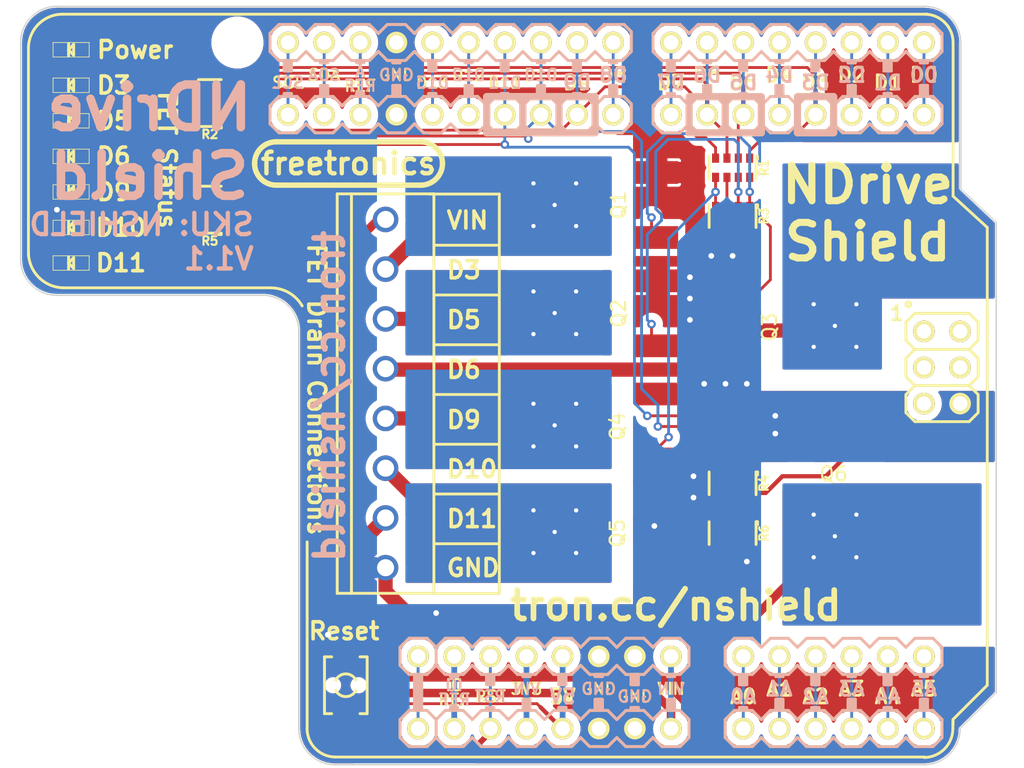
<source format=kicad_pcb>
(kicad_pcb (version 20221018) (generator pcbnew)
  (layers (0 "F.Cu" signal) (31 "B.Cu" signal) (34 "B.Paste" user) (35 "F.Paste" user) (36 "B.SilkS" user "B.Silkscreen") (37 "F.SilkS" user "F.Silkscreen") (38 "B.Mask" user) (39 "F.Mask" user) (44 "Edge.Cuts" user))
  (net 0 "")
  (net 1 "/GATE1")
  (net 2 "/DRAIN1")
  (net 3 "/GATE2")
  (net 4 "/DRAIN2")
  (net 5 "/GATE3")
  (net 6 "/DRAIN3")
  (net 7 "/GATE4")
  (net 8 "/DRAIN4")
  (net 9 "/GATE5")
  (net 10 "/DRAIN5")
  (net 11 "GND")
  (net 12 "/D10")
  (net 13 "/D9")
  (net 14 "/D6")
  (net 15 "/D5")
  (net 16 "/D3")
  (net 17 "/IORef")
  (net 18 "+5V")
  (net 19 "/D11")
  (net 20 "/DRAIN6")
  (net 21 "Net-(LED1-PadA)")
  (net 22 "Net-(LED2-PadA)")
  (net 23 "Net-(LED3-PadA)")
  (net 24 "Net-(LED4-PadA)")
  (net 25 "Net-(LED5-PadA)")
  (net 26 "Net-(LED6-PadA)")
  (net 27 "Net-(LED7-PadA)")
  (net 28 "/GATE6")
  (net 29 "/RESET")
  (net 30 "/VIN")
  (net 31 "Net-(SHIELD1-PadAD5)")
  (net 32 "Net-(SHIELD1-PadAD4)")
  (net 33 "Net-(SHIELD1-PadAD3)")
  (net 34 "Net-(SHIELD1-PadAD0)")
  (net 35 "Net-(SHIELD1-PadAD1)")
  (net 36 "Net-(SHIELD1-PadAD2)")
  (net 37 "Net-(SHIELD1-Pad3V3)")
  (net 38 "Net-(SHIELD1-Pad0)")
  (net 39 "Net-(SHIELD1-Pad1)")
  (net 40 "Net-(SHIELD1-Pad2)")
  (net 41 "Net-(SHIELD1-Pad4)")
  (net 42 "Net-(SHIELD1-Pad7)")
  (net 43 "Net-(SHIELD1-Pad8)")
  (net 44 "Net-(SHIELD1-Pad12)")
  (net 45 "Net-(SHIELD1-Pad13)")
  (net 46 "Net-(SHIELD1-PadAREF)")
  (net 47 "Net-(SHIELD1-PadSDA)")
  (net 48 "Net-(SHIELD1-PadSCL)")
  (net 49 "Net-(SHIELD1-PadNC)")
  (footprint "FT:MOSFET_DPAK" (layer "F.Cu") (at 212.09 58.42)
    (fp_text reference "Q1")
    (fp_text value "NTD5867NLT4G" hide)
  )
  (footprint "FT:ARDUINO_SHIELD_ROUNDPADS_BREAKOUT" (layer "F.Cu") (at 171.45 97.79)
    (fp_text reference "SHIELD1" hide)
    (fp_text value "ARDUINO_SHIELD" hide)
  )
  (footprint "FT:MOSFET_DPAK" (layer "F.Cu") (at 212.09 66.04)
    (fp_text reference "Q2")
    (fp_text value "NTD5867NLT4G" hide)
  )
  (footprint "FT:MOSFET_DPAK" (layer "F.Cu") (at 212 74)
    (fp_text reference "Q4")
    (fp_text value "NTD5867NLT4G" hide)
  )
  (footprint "FT:MOSFET_DPAK" (layer "F.Cu") (at 212 81.5)
    (fp_text reference "Q5")
    (fp_text value "NTD5867NLT4G" hide)
  )
  (footprint "FT:TERMINALBLOCK_3.5MM_8" (layer "F.Cu") (at 197.104 59.436 -90)
    (fp_text reference "JP5")
    (fp_text value "M08")
  )
  (footprint "FT:LED-0603" (layer "F.Cu") (at 175 50 180)
    (fp_text reference "LED1")
    (fp_text value "LED" hide)
  )
  (footprint "FT:LED-0603" (layer "F.Cu") (at 175 52.5 180)
    (fp_text reference "LED2")
    (fp_text value "LED" hide)
  )
  (footprint "FT:LED-0603" (layer "F.Cu") (at 175 55 180)
    (fp_text reference "LED3")
    (fp_text value "LED" hide)
  )
  (footprint "FT:LED-0603" (layer "F.Cu") (at 175 57.5 180)
    (fp_text reference "LED4")
    (fp_text value "LED" hide)
  )
  (footprint "FT:LED-0603" (layer "F.Cu") (at 175 60 180)
    (fp_text reference "LED5")
    (fp_text value "LED" hide)
  )
  (footprint "FT:LED-0603" (layer "F.Cu") (at 175 62.5 180)
    (fp_text reference "LED6")
    (fp_text value "LED" hide)
  )
  (footprint "LED-0603" (layer "F.Cu") (at 175 47.5 180)
    (fp_text reference "LED7")
    (fp_text value "LED" hide)
  )
  (footprint "FT:MOSFET_DPAK" (layer "F.Cu") (at 228.6 78.74 90)
    (fp_text reference "Q6")
    (fp_text value "NTD5867NLT4G" hide)
  )
  (footprint "FT:RES_CAY16" (layer "F.Cu") (at 221.5 55.8 180)
    (fp_text reference "R1")
    (fp_text value "1K" hide)
  )
  (footprint "FT:RES_CAY16" (layer "F.Cu") (at 184.75 51.25 90)
    (fp_text reference "R2")
    (fp_text value "470R" hide)
  )
  (footprint "FT:RES_CAY16" (layer "F.Cu") (at 221.5 59.2 180)
    (fp_text reference "R3")
    (fp_text value "10K" hide)
  )
  (footprint "FT:RES_CAY16" (layer "F.Cu") (at 221.5 78 180)
    (fp_text reference "R4")
    (fp_text value "1K" hide)
  )
  (footprint "FT:RES_CAY16" (layer "F.Cu") (at 184.75 58.75 90)
    (fp_text reference "R5")
    (fp_text value "470R" hide)
  )
  (footprint "FT:RES_CAY16" (layer "F.Cu") (at 221.5 81.5 180)
    (fp_text reference "R6")
    (fp_text value "10K" hide)
  )
  (footprint "FT:MOSFET_DPAK" (layer "F.Cu") (at 225.5 67 180)
    (fp_text reference "Q3")
    (fp_text value "NTD5867NLT4G" hide)
  )
  (footprint "FT:LOGO_FREETRONICS" (layer "F.Cu") (at 194.5 55.5 180)
    (fp_text reference "LOGO_FREETRONICS" hide)
    (fp_text value "val**" hide)
  )
  (footprint "TACTILE_SWITCH_SMD_2PIN_TINY" (layer "F.Cu") (at 194.31 92.202 90)
    (fp_text reference "SW1")
    (fp_text value "SW_PUSHBUTTON" hide)
  )
  (gr_line (start 219.075 53.34) (end 218.44 53.34) (stroke (width 0.5)) (layer "B.SilkS"))
  (gr_line (start 223.52 53.34) (end 219.075 53.34) (stroke (width 0.5)) (layer "B.SilkS"))
  (gr_line (start 218.44 50.8) (end 223.52 50.8) (stroke (width 0.5)) (layer "B.SilkS"))
  (gr_line (start 218.44 51.435) (end 219.075 50.8) (stroke (width 0.2)) (layer "B.SilkS"))
  (gr_line (start 226.06 53.34) (end 228.6 53.34) (stroke (width 0.5)) (layer "B.SilkS"))
  (gr_line (start 211.836 53.34) (end 204.216 53.34) (stroke (width 0.5)) (layer "B.SilkS"))
  (gr_line (start 204.851 50.8) (end 206.121 50.8) (stroke (width 0.2)) (layer "B.SilkS"))
  (gr_line (start 219.075 50.8) (end 220.345 50.8) (stroke (width 0.2)) (layer "B.SilkS"))
  (gr_line (start 211.836 50.8) (end 211.836 53.34) (stroke (width 0.5)) (layer "B.SilkS"))
  (gr_line (start 220.98 50.8) (end 220.98 53.34) (stroke (width 0.5)) (layer "B.SilkS"))
  (gr_line (start 207.391 53.34) (end 208.661 53.34) (stroke (width 0.2)) (layer "B.SilkS"))
  (gr_line (start 220.345 53.34) (end 219.075 53.34) (stroke (width 0.2)) (layer "B.SilkS"))
  (gr_line (start 209.296 50.8) (end 209.296 53.34) (stroke (width 0.5)) (layer "B.SilkS"))
  (gr_line (start 228.6 50.8) (end 226.06 50.8) (stroke (width 0.5)) (layer "B.SilkS"))
  (gr_line (start 206.121 53.34) (end 204.851 53.34) (stroke (width 0.5)) (layer "B.SilkS"))
  (gr_line (start 226.06 50.8) (end 226.06 53.34) (stroke (width 0.5)) (layer "B.SilkS"))
  (gr_line (start 209.296 52.705) (end 209.296 51.435) (stroke (width 0.2)) (layer "B.SilkS"))
  (gr_line (start 204.216 50.8) (end 211.836 50.8) (stroke (width 0.5)) (layer "B.SilkS"))
  (gr_line (start 206.756 50.8) (end 206.756 53.34) (stroke (width 0.5)) (layer "B.SilkS"))
  (gr_line (start 204.216 53.34) (end 204.216 50.8) (stroke (width 0.5)) (layer "B.SilkS"))
  (gr_line (start 218.44 52.705) (end 217.805 53.34) (stroke (width 0.2)) (layer "B.SilkS"))
  (gr_line (start 223.52 50.8) (end 223.52 53.34) (stroke (width 0.5)) (layer "B.SilkS"))
  (gr_line (start 220.98 52.705) (end 220.345 53.34) (stroke (width 0.2)) (layer "B.SilkS"))
  (gr_line (start 217.805 50.8) (end 218.44 51.435) (stroke (width 0.2)) (layer "B.SilkS"))
  (gr_line (start 228.6 53.34) (end 228.6 50.8) (stroke (width 0.5)) (layer "B.SilkS"))
  (gr_line (start 218.44 53.34) (end 218.44 50.8) (stroke (width 0.5)) (layer "B.SilkS"))
  (gr_arc (start 189.0395 64.2493) (mid 190.3095 64.589596) (end 191.239205 65.5193) (stroke (width 0.2)) (layer "F.SilkS"))
  (gr_line (start 191.5922 95.25) (end 191.5922 82.1182) (stroke (width 0.2)) (layer "F.SilkS"))
  (gr_line (start 211.836 50.8) (end 204.216 50.8) (stroke (width 0.5)) (layer "F.SilkS"))
  (gr_line (start 205.1 57.65) (end 205.1 85.7) (stroke (width 0.2)) (layer "F.SilkS"))
  (gr_line (start 200.15 57.65) (end 205.1 57.65) (stroke (width 0.2)) (layer "F.SilkS"))
  (gr_line (start 204.216 50.8) (end 204.216 53.34) (stroke (width 0.5)) (layer "F.SilkS"))
  (gr_line (start 204.216 53.34) (end 211.836 53.34) (stroke (width 0.5)) (layer "F.SilkS"))
  (gr_line (start 226.06 50.8) (end 226.06 53.34) (stroke (width 0.5)) (layer "F.SilkS"))
  (gr_line (start 209.296 50.8) (end 209.296 53.34) (stroke (width 0.5)) (layer "F.SilkS"))
  (gr_line (start 236.982 94.742) (end 236.982 95.25) (stroke (width 0.2)) (layer "F.SilkS"))
  (gr_line (start 200.5 82.25) (end 205 82.25) (stroke (width 0.2)) (layer "F.SilkS"))
  (gr_arc (start 172 47.4) (mid 172.702944 45.702944) (end 174.4 45) (stroke (width 0.2)) (layer "F.SilkS"))
  (gr_line (start 200.5 78.75) (end 205 78.75) (stroke (width 0.2)) (layer "F.SilkS"))
  (gr_line (start 205.1 85.75) (end 205.1 85.5) (stroke (width 0.2)) (layer "F.SilkS"))
  (gr_line (start 235.2 45) (end 174.4 45) (stroke (width 0.2)) (layer "F.SilkS"))
  (gr_arc (start 174.5 64.246) (mid 172.732233 63.513767) (end 172 61.746) (stroke (width 0.2)) (layer "F.SilkS"))
  (gr_line (start 200.5 75.25) (end 205 75.25) (stroke (width 0.2)) (layer "F.SilkS"))
  (gr_line (start 200.5 68.25) (end 205 68.25) (stroke (width 0.2)) (layer "F.SilkS"))
  (gr_line (start 237 47) (end 237 57.8) (stroke (width 0.2)) (layer "F.SilkS"))
  (gr_arc (start 235 45) (mid 236.414214 45.585786) (end 237 47) (stroke (width 0.2)) (layer "F.SilkS"))
  (gr_line (start 223.52 50.8) (end 218.44 50.8) (stroke (width 0.5)) (layer "F.SilkS"))
  (gr_line (start 205.1 85.5) (end 205.1 85.6) (stroke (width 0.2)) (layer "F.SilkS"))
  (gr_line (start 226.06 53.34) (end 228.6 53.34) (stroke (width 0.5)) (layer "F.SilkS"))
  (gr_line (start 174.5 64.246) (end 189 64.246) (stroke (width 0.2)) (layer "F.SilkS"))
  (gr_line (start 237 94.6) (end 237 95) (stroke (width 0.2)) (layer "F.SilkS"))
  (gr_line (start 200.5 64.75) (end 205 64.75) (stroke (width 0.2)) (layer "F.SilkS"))
  (gr_line (start 220.98 50.8) (end 220.98 53.34) (stroke (width 0.5)) (layer "F.SilkS"))
  (gr_line (start 206.756 50.8) (end 206.756 53.34) (stroke (width 0.5)) (layer "F.SilkS"))
  (gr_line (start 200.5 71.75) (end 205 71.75) (stroke (width 0.2)) (layer "F.SilkS"))
  (gr_line (start 200.5 61.25) (end 205 61.25) (stroke (width 0.2)) (layer "F.SilkS"))
  (gr_line (start 239.4 60) (end 239.4 92.2) (stroke (width 0.2)) (layer "F.SilkS"))
  (gr_line (start 223.52 53.34) (end 223.52 50.8) (stroke (width 0.5)) (layer "F.SilkS"))
  (gr_arc (start 193.588 97.25) (mid 192.173786 96.664214) (end 191.588 95.25) (stroke (width 0.2)) (layer "F.SilkS"))
  (gr_line (start 218.44 53.34) (end 223.52 53.34) (stroke (width 0.5)) (layer "F.SilkS"))
  (gr_line (start 237 57.8) (end 239.4 60) (stroke (width 0.2)) (layer "F.SilkS"))
  (gr_line (start 239.4 92.2) (end 237 94.6) (stroke (width 0.2)) (layer "F.SilkS"))
  (gr_line (start 193.54 97.25) (end 235 97.25) (stroke (width 0.2)) (layer "F.SilkS"))
  (gr_line (start 200.45 85.75) (end 205.1 85.75) (stroke (width 0.2)) (layer "F.SilkS"))
  (gr_line (start 228.6 53.34) (end 228.6 50.8) (stroke (width 0.5)) (layer "F.SilkS"))
  (gr_line (start 211.836 53.34) (end 211.836 50.8) (stroke (width 0.5)) (layer "F.SilkS"))
  (gr_line (start 228.6 50.8) (end 226.06 50.8) (stroke (width 0.5)) (layer "F.SilkS"))
  (gr_line (start 172 47.5) (end 172 62) (stroke (width 0.2)) (layer "F.SilkS"))
  (gr_arc (start 236.982 95.25) (mid 236.386841 96.686841) (end 234.95 97.282) (stroke (width 0.2)) (layer "F.SilkS"))
  (gr_line (start 218.44 50.8) (end 218.44 53.34) (stroke (width 0.5)) (layer "F.SilkS"))
  (gr_line (start 240.03 59.639165) (end 240.03 59.69) (stroke (width 0.1)) (layer "Edge.Cuts"))
  (gr_line (start 237.5 57.25) (end 240.03 59.639165) (stroke (width 0.1)) (layer "Edge.Cuts"))
  (gr_line (start 237.49 95.25) (end 240.03 92.71) (stroke (width 0.1)) (layer "Edge.Cuts"))
  (gr_line (start 240.03 92.71) (end 240.03 59.69) (stroke (width 0.1)) (layer "Edge.Cuts"))
  (gr_line (start 191.008 82.55) (end 191.008 95.25) (stroke (width 0.1)) (layer "Edge.Cuts"))
  (gr_line (start 191.008 67.31) (end 191.008 82.55) (stroke (width 0.1)) (layer "Edge.Cuts"))
  (gr_arc (start 234.99 44.45) (mid 236.786051 45.193949) (end 237.53 46.99) (stroke (width 0.1)) (layer "Edge.Cuts"))
  (gr_line (start 237.5 47) (end 237.5 57.25) (stroke (width 0.2)) (layer "Edge.Cuts"))
  (gr_arc (start 193.548 97.79) (mid 191.751949 97.046051) (end 191.008 95.25) (stroke (width 0.1)) (layer "Edge.Cuts"))
  (gr_arc (start 188.468 64.77) (mid 190.264051 65.513949) (end 191.008 67.31) (stroke (width 0.1)) (layer "Edge.Cuts"))
  (gr_line (start 173.99 64.77) (end 188.46 64.77) (stroke (width 0.1)) (layer "Edge.Cuts"))
  (gr_arc (start 171.45 46.99) (mid 172.193949 45.193949) (end 173.99 44.45) (stroke (width 0.1)) (layer "Edge.Cuts"))
  (gr_arc (start 237.49 95.25) (mid 236.746051 97.046051) (end 234.95 97.79) (stroke (width 0.1)) (layer "Edge.Cuts"))
  (gr_arc (start 173.99 64.77) (mid 172.193949 64.026051) (end 171.45 62.23) (stroke (width 0.1)) (layer "Edge.Cuts"))
  (gr_line (start 171.45 46.99) (end 171.45 62.23) (stroke (width 0.1)) (layer "Edge.Cuts"))
  (gr_line (start 234.95 44.45) (end 173.99 44.45) (stroke (width 0.1)) (layer "Edge.Cuts"))
  (gr_line (start 193.54 97.79) (end 234.95 97.79) (stroke (width 0.1)) (layer "Edge.Cuts"))
  (gr_text "tron.cc/nshield" (at 193.167 71.882 90) (layer "B.SilkS") (effects (font (size 2 2) (thickness 0.4)) (justify mirror)))
  (gr_text "SKU: NSHIELD\nV1.1" (at 188 61) (layer "B.SilkS") (effects (font (size 1.5 1.5) (thickness 0.3)) (justify left mirror)))
  (gr_text "NDrive\nShield" (at 180.5 54) (layer "B.SilkS") (effects (font (size 3 3) (thickness 0.6)) (justify mirror)))
  (gr_text "D9" (at 201.2696 73.533) (layer "F.SilkS") (effects (font (size 1.2 1.2) (thickness 0.25)) (justify left)))
  (gr_text "GND\n" (at 201.2696 83.947) (layer "F.SilkS") (effects (font (size 1.2 1.2) (thickness 0.25)) (justify left)))
  (gr_text "D5" (at 178 52.5) (layer "F.SilkS") (effects (font (size 1.2 1.2) (thickness 0.25))))
  (gr_text "D3" (at 178 50) (layer "F.SilkS") (effects (font (size 1.2 1.2) (thickness 0.25))))
  (gr_text "D6" (at 178 55) (layer "F.SilkS") (effects (font (size 1.2 1.2) (thickness 0.25))))
  (gr_text "D9" (at 178 57.5) (layer "F.SilkS") (effects (font (size 1.2 1.2) (thickness 0.25))))
  (gr_text "D3" (at 201.2696 63) (layer "F.SilkS") (effects (font (size 1.2 1.2) (thickness 0.25)) (justify left)))
  (gr_text "FET Drain Connections" (at 192.2526 71.3994 270) (layer "F.SilkS") (effects (font (size 1.2 1.2) (thickness 0.25))))
  (gr_text "D10" (at 201.2696 77) (layer "F.SilkS") (effects (font (size 1.2 1.2) (thickness 0.25)) (justify left)))
  (gr_text "D11" (at 178.5 62.5) (layer "F.SilkS") (effects (font (size 1.2 1.2) (thickness 0.25))))
  (gr_text "Power" (at 179.5 47.5) (layer "F.SilkS") (effects (font (size 1.2 1.2) (thickness 0.25))))
  (gr_text "FET Status" (at 181.75 55.25 270) (layer "F.SilkS") (effects (font (size 1.2 1.2) (thickness 0.25))))
  (gr_text "NDrive\nShield" (at 231 59) (layer "F.SilkS") (effects (font (size 2.5 2.5) (thickness 0.5))))
  (gr_text "VIN" (at 201.2696 59.5) (layer "F.SilkS") (effects (font (size 1.2 1.2) (thickness 0.25)) (justify left)))
  (gr_text "D6" (at 201.2696 70) (layer "F.SilkS") (effects (font (size 1.2 1.2) (thickness 0.25)) (justify left)))
  (gr_text "D11" (at 201.2696 80.5) (layer "F.SilkS") (effects (font (size 1.2 1.2) (thickness 0.25)) (justify left)))
  (gr_text "D10" (at 178.5 60) (layer "F.SilkS") (effects (font (size 1.2 1.2) (thickness 0.25))))
  (gr_text "D5" (at 201.2696 66.5) (layer "F.SilkS") (effects (font (size 1.2 1.2) (thickness 0.25)) (justify left)))
  (gr_text "tron.cc/nshield" (at 217.5 86.6) (layer "F.SilkS") (effects (font (size 2 2) (thickness 0.4))))
  (gr_text "Reset" (at 194.183 88.392) (layer "F.SilkS") (effects (font (size 1.2 1.2) (thickness 0.25))))
  (segment (start 215.8 59.3) (end 215.8 60.336) (width 0.2) (layer "F.Cu") (net 1))
  (segment (start 215.8 60.336) (end 216.17 60.706) (width 0.2) (layer "F.Cu") (net 1))
  (segment (start 222.69888 57.50112) (end 222.7 57.5) (width 0.2) (layer "F.Cu") (net 1))
  (segment (start 222.69888 56.47564) (end 222.69888 57.49888) (width 0.2) (layer "F.Cu") (net 1))
  (segment (start 222.69888 57.49888) (end 222.7 57.5) (width 0.2) (layer "F.Cu") (net 1))
  (segment (start 222.69888 58.52436) (end 222.69888 57.50112) (width 0.2) (layer "F.Cu") (net 1))
  (via (at 222.7 57.5) (size 0.6) (drill 0.3) (layers "F.Cu" "B.Cu") (net 1))
  (via (at 215.8 59.3) (size 0.6) (drill 0.3) (layers "F.Cu" "B.Cu") (net 1))
  (segment (start 222.7 56.261) (end 222.7 56.3) (width 0.2) (layer "B.Cu") (net 1))
  (segment (start 215.500001 54.699999) (end 216.8 53.4) (width 0.2) (layer "B.Cu") (net 1))
  (segment (start 215.500001 59.000001) (end 215.500001 54.699999) (width 0.2) (layer "B.Cu") (net 1))
  (segment (start 222.7 56.261) (end 222.7 57.5) (width 0.2) (layer "B.Cu") (net 1))
  (segment (start 215.8 59.3) (end 215.500001 59.000001) (width 0.2) (layer "B.Cu") (net 1))
  (segment (start 222.7 54.3) (end 222.7 55.875736) (width 0.2) (layer "B.Cu") (net 1))
  (segment (start 216.8 53.4) (end 221.8 53.4) (width 0.2) (layer "B.Cu") (net 1))
  (segment (start 221.8 53.4) (end 222.7 54.3) (width 0.2) (layer "B.Cu") (net 1))
  (segment (start 222.7 55.875736) (end 222.7 56.261) (width 0.2) (layer "B.Cu") (net 1))
  (segment (start 207.5 56.9) (end 210.5 56.9) (width 0.6) (layer "F.Cu") (net 2))
  (segment (start 210.5 59.9) (end 207.5 59.9) (width 0.6) (layer "F.Cu") (net 2))
  (segment (start 208.99 58.42) (end 201.61758 58.42) (width 0.6) (layer "F.Cu") (net 2))
  (segment (start 207.5 56.9) (end 210.5 56.9) (width 0.6) (layer "F.Cu") (net 2))
  (segment (start 210.5 59.9) (end 207.5 59.9) (width 0.6) (layer "F.Cu") (net 2))
  (segment (start 201.61758 58.42) (end 208.99 58.42) (width 1) (layer "F.Cu") (net 2))
  (segment (start 208.99 58.42) (end 201.61758 58.42) (width 0.6) (layer "F.Cu") (net 2))
  (segment (start 197.104 62.93358) (end 201.61758 58.42) (width 1) (layer "F.Cu") (net 2))
  (via (at 210.5 59.9) (size 0.6) (drill 0.3) (layers "F.Cu" "B.Cu") (net 2))
  (via (at 208.99 58.42) (size 0.6) (drill 0.3) (layers "F.Cu" "B.Cu") (net 2))
  (via (at 207.5 59.9) (size 0.6) (drill 0.3) (layers "F.Cu" "B.Cu") (net 2))
  (via (at 207.5 56.9) (size 0.6) (drill 0.3) (layers "F.Cu" "B.Cu") (net 2))
  (via (at 210.5 56.9) (size 0.6) (drill 0.3) (layers "F.Cu" "B.Cu") (net 2))
  (segment (start 208.99 58.42) (end 207.5 56.93) (width 0.6) (layer "B.Cu") (net 2))
  (segment (start 207.5 56.93) (end 207.5 56.9) (width 0.6) (layer "B.Cu") (net 2))
  (segment (start 210.5 56.9) (end 210.5 59.9) (width 0.6) (layer "B.Cu") (net 2))
  (segment (start 207.5 56.93) (end 207.5 56.9) (width 0.6) (layer "B.Cu") (net 2))
  (segment (start 208.99 58.42) (end 207.5 56.93) (width 0.6) (layer "B.Cu") (net 2))
  (segment (start 210.5 56.9) (end 210.5 59.9) (width 0.6) (layer "B.Cu") (net 2))
  (segment (start 215.8 66.8) (end 215.8 67.956) (width 0.2) (layer "F.Cu") (net 3))
  (segment (start 215.8 67.956) (end 216.17 68.326) (width 0.2) (layer "F.Cu") (net 3))
  (segment (start 221.89878 57.49878) (end 221.9 57.5) (width 0.2) (layer "F.Cu") (net 3))
  (segment (start 221.89878 57.50122) (end 221.9 57.5) (width 0.2) (layer "F.Cu") (net 3))
  (segment (start 221.89878 56.47564) (end 221.89878 57.49878) (width 0.2) (layer "F.Cu") (net 3))
  (segment (start 221.89878 58.52436) (end 221.89878 57.50122) (width 0.2) (layer "F.Cu") (net 3))
  (via (at 221.9 57.5) (size 0.6) (drill 0.3) (layers "F.Cu" "B.Cu") (net 3))
  (via (at 215.8 66.8) (size 0.6) (drill 0.3) (layers "F.Cu" "B.Cu") (net 3))
  (segment (start 221.9 57.5) (end 221.9 56.3) (width 0.2) (layer "B.Cu") (net 3))
  (segment (start 221.600002 53.800002) (end 221.9 54.1) (width 0.2) (layer "B.Cu") (net 3))
  (segment (start 215.500001 66.500001) (end 215.500001 60.499999) (width 0.2) (layer "B.Cu") (net 3))
  (segment (start 216.1 54.665688) (end 216.965686 53.800002) (width 0.2) (layer "B.Cu") (net 3))
  (segment (start 215.8 66.8) (end 215.500001 66.500001) (width 0.2) (layer "B.Cu") (net 3))
  (segment (start 221.9 54.1) (end 221.9 55.875736) (width 0.2) (layer "B.Cu") (net 3))
  (segment (start 216.1 58.7) (end 216.1 54.665688) (width 0.2) (layer "B.Cu") (net 3))
  (segment (start 221.9 55.875736) (end 221.9 56.3) (width 0.2) (layer "B.Cu") (net 3))
  (segment (start 216.5 59.5) (end 216.5 59.1) (width 0.2) (layer "B.Cu") (net 3))
  (segment (start 215.500001 60.499999) (end 216.5 59.5) (width 0.2) (layer "B.Cu") (net 3))
  (segment (start 216.5 59.1) (end 216.1 58.7) (width 0.2) (layer "B.Cu") (net 3))
  (segment (start 216.965686 53.800002) (end 221.600002 53.800002) (width 0.2) (layer "B.Cu") (net 3))
  (segment (start 208.5323 66.7977) (end 208.99 66.34) (width 0.6) (layer "F.Cu") (net 4))
  (segment (start 197.4977 66.04) (end 197.104 66.4337) (width 0.6) (layer "F.Cu") (net 4))
  (segment (start 210.5 67.5) (end 207.5 67.5) (width 0.6) (layer "F.Cu") (net 4))
  (segment (start 207.5 64.5) (end 210.5 64.5) (width 0.6) (layer "F.Cu") (net 4))
  (segment (start 207.5 64.5) (end 210.5 64.5) (width 0.6) (layer "F.Cu") (net 4))
  (segment (start 210.5 67.5) (end 207.5 67.5) (width 0.6) (layer "F.Cu") (net 4))
  (segment (start 208.5963 66.4337) (end 208.99 66.04) (width 1) (layer "F.Cu") (net 4))
  (segment (start 197.104 66.4337) (end 208.5963 66.4337) (width 1) (layer "F.Cu") (net 4))
  (segment (start 208.99 66.34) (end 197.4977 66.34) (width 0.6) (layer "F.Cu") (net 4))
  (via (at 207.5 67.5) (size 0.6) (drill 0.3) (layers "F.Cu" "B.Cu") (net 4))
  (via (at 207.5 64.5) (size 0.6) (drill 0.3) (layers "F.Cu" "B.Cu") (net 4))
  (via (at 208.99 66.02) (size 0.6) (drill 0.3) (layers "F.Cu" "B.Cu") (net 4))
  (via (at 210.5 64.5) (size 0.6) (drill 0.3) (layers "F.Cu" "B.Cu") (net 4))
  (via (at 210.5 67.5) (size 0.6) (drill 0.3) (layers "F.Cu" "B.Cu") (net 4))
  (segment (start 210.5 64.5) (end 210.5 67.5) (width 0.6) (layer "B.Cu") (net 4))
  (segment (start 208.99 66.02) (end 207.5 64.53) (width 0.6) (layer "B.Cu") (net 4))
  (segment (start 207.5 64.53) (end 207.5 64.5) (width 0.6) (layer "B.Cu") (net 4))
  (segment (start 207.5 64.53) (end 207.5 64.5) (width 0.6) (layer "B.Cu") (net 4))
  (segment (start 208.99 66.02) (end 207.5 64.53) (width 0.6) (layer "B.Cu") (net 4))
  (segment (start 210.5 64.5) (end 210.5 67.5) (width 0.6) (layer "B.Cu") (net 4))
  (segment (start 221.25 64.884) (end 221.42 64.714) (width 0.2) (layer "F.Cu") (net 5))
  (segment (start 221.42 64.714) (end 223.12 64.714) (width 0.2) (layer "F.Cu") (net 5))
  (segment (start 223.360481 59.149481) (end 221.201221 59.149481) (width 0.2) (layer "F.Cu") (net 5))
  (segment (start 221.201221 59.149481) (end 221.10122 59.04948) (width 0.2) (layer "F.Cu") (net 5))
  (segment (start 223.12 64.714) (end 224.155 63.679) (width 0.2) (layer "F.Cu") (net 5))
  (segment (start 224.155 63.679) (end 224.155 59.944) (width 0.2) (layer "F.Cu") (net 5))
  (segment (start 221.10122 56.47564) (end 221.10122 58.52436) (width 0.2) (layer "F.Cu") (net 5))
  (segment (start 224.155 59.944) (end 223.360481 59.149481) (width 0.2) (layer "F.Cu") (net 5))
  (segment (start 221.10122 59.04948) (end 221.10122 58.52436) (width 0.2) (layer "F.Cu") (net 5))
  (segment (start 218.25218 69.99782) (end 219 69.25) (width 0.5) (layer "F.Cu") (net 6))
  (segment (start 219 68) (end 219.75 67.25) (width 0.5) (layer "F.Cu") (net 6))
  (segment (start 219.75 67.25) (end 228.35 67.25) (width 0.5) (layer "F.Cu") (net 6))
  (segment (start 228.35 67.25) (end 228.6 67) (width 0.5) (layer "F.Cu") (net 6))
  (segment (start 197.168 69.99782) (end 197.104 69.93382) (width 0.6) (layer "F.Cu") (net 6))
  (segment (start 228.2323 67.6977) (end 228.69 67.24) (width 0.6) (layer "F.Cu") (net 6))
  (segment (start 230.2 68.4) (end 227.2 68.4) (width 0.6) (layer "F.Cu") (net 6))
  (segment (start 227.2 65.4) (end 230.2 65.4) (width 0.6) (layer "F.Cu") (net 6))
  (segment (start 227.2 65.4) (end 230.2 65.4) (width 0.6) (layer "F.Cu") (net 6))
  (segment (start 230.2 68.4) (end 227.2 68.4) (width 0.6) (layer "F.Cu") (net 6))
  (segment (start 228.52794 66.29794) (end 228.69 66.46) (width 0.6) (layer "F.Cu") (net 6))
  (segment (start 228.03394 66.23394) (end 228.6 66.8) (width 0.6) (layer "F.Cu") (net 6))
  (segment (start 197.17018 70) (end 218.25 70) (width 1) (layer "F.Cu") (net 6))
  (segment (start 218.25 70) (end 219 69.25) (width 1) (layer "F.Cu") (net 6))
  (segment (start 219 69.25) (end 219 68) (width 1) (layer "F.Cu") (net 6))
  (segment (start 219 68) (end 219.75 67.25) (width 1) (layer "F.Cu") (net 6))
  (segment (start 219.75 67.25) (end 228.35 67.25) (width 1) (layer "F.Cu") (net 6))
  (segment (start 228.35 67.25) (end 228.6 67) (width 1) (layer "F.Cu") (net 6))
  (segment (start 197.168 69.99782) (end 218.25218 69.99782) (width 0.6) (layer "F.Cu") (net 6))
  (segment (start 197.104 69.93382) (end 197.17018 70) (width 1) (layer "F.Cu") (net 6))
  (segment (start 228.6 67) (end 228.6 64.6) (width 0.6) (layer "F.Cu") (net 6))
  (segment (start 219 69.25) (end 219 68) (width 0.5) (layer "F.Cu") (net 6))
  (via (at 227.2 68.4) (size 0.6) (drill 0.3) (layers "F.Cu" "B.Cu") (net 6))
  (via (at 230.2 68.4) (size 0.6) (drill 0.3) (layers "F.Cu" "B.Cu") (net 6))
  (via (at 230.2 65.4) (size 0.6) (drill 0.3) (layers "F.Cu" "B.Cu") (net 6))
  (via (at 227.2 65.4) (size 0.6) (drill 0.3) (layers "F.Cu" "B.Cu") (net 6))
  (via (at 228.69 66.92) (size 0.6) (drill 0.3) (layers "F.Cu" "B.Cu") (net 6))
  (segment (start 230.2 65.4) (end 230.2 68.4) (width 0.6) (layer "B.Cu") (net 6))
  (segment (start 228.69 66.92) (end 227.2 65.43) (width 0.6) (layer "B.Cu") (net 6))
  (segment (start 227.2 65.43) (end 227.2 65.4) (width 0.6) (layer "B.Cu") (net 6))
  (segment (start 227.2 65.43) (end 227.2 65.4) (width 0.6) (layer "B.Cu") (net 6))
  (segment (start 228.69 66.92) (end 227.2 65.43) (width 0.6) (layer "B.Cu") (net 6))
  (segment (start 230.2 65.4) (end 230.2 68.4) (width 0.6) (layer "B.Cu") (net 6))
  (segment (start 216.25 76.116) (end 216.08 76.286) (width 0.2) (layer "F.Cu") (net 7))
  (segment (start 216.08 75.67) (end 216.08 76.286) (width 0.2) (layer "F.Cu") (net 7))
  (segment (start 217 74.75) (end 216.08 75.67) (width 0.2) (layer "F.Cu") (net 7))
  (segment (start 220.30112 56.47564) (end 220.30112 57.49888) (width 0.2) (layer "F.Cu") (net 7))
  (segment (start 220.30112 57.50112) (end 220.3 57.5) (width 0.2) (layer "F.Cu") (net 7))
  (segment (start 220.3 57.6) (end 220.3 57.5) (width 0.2) (layer "F.Cu") (net 7))
  (segment (start 220.30112 57.49888) (end 220.3 57.5) (width 0.2) (layer "F.Cu") (net 7))
  (segment (start 220.30112 57.60112) (end 220.3 57.6) (width 0.2) (layer "F.Cu") (net 7))
  (segment (start 220.30112 58.52436) (end 220.30112 57.50112) (width 0.2) (layer "F.Cu") (net 7))
  (via (at 220.3 57.5) (size 0.6) (drill 0.3) (layers "F.Cu" "B.Cu") (net 7))
  (via (at 217 74.75) (size 0.6) (drill 0.3) (layers "F.Cu" "B.Cu") (net 7))
  (segment (start 217 60.8) (end 217 74.75) (width 0.2) (layer "B.Cu") (net 7))
  (segment (start 220.3 57.5) (end 217 60.8) (width 0.2) (layer "B.Cu") (net 7))
  (segment (start 208.82794 73.29794) (end 208.99 73.46) (width 0.6) (layer "F.Cu") (net 8))
  (segment (start 208.33394 73.23394) (end 208.9 73.8) (width 0.6) (layer "F.Cu") (net 8))
  (segment (start 210.5 75.4) (end 207.5 75.4) (width 0.6) (layer "F.Cu") (net 8))
  (segment (start 207.5 72.4) (end 210.5 72.4) (width 0.6) (layer "F.Cu") (net 8))
  (segment (start 207.5 72.4) (end 210.5 72.4) (width 0.6) (layer "F.Cu") (net 8))
  (segment (start 210.5 75.4) (end 207.5 75.4) (width 0.6) (layer "F.Cu") (net 8))
  (segment (start 208.5323 74.6977) (end 208.99 74.24) (width 0.6) (layer "F.Cu") (net 8))
  (segment (start 204.43394 73.43394) (end 205 74) (width 0.6) (layer "F.Cu") (net 8))
  (segment (start 205 74) (end 208.9 74) (width 0.6) (layer "F.Cu") (net 8))
  (segment (start 208.33394 73.43394) (end 208.9 74) (width 1) (layer "F.Cu") (net 8))
  (segment (start 208.9 74) (end 208.33394 73.43394) (width 0.6) (layer "F.Cu") (net 8))
  (segment (start 197.104 73.43394) (end 204.43394 73.43394) (width 0.6) (layer "F.Cu") (net 8))
  (segment (start 197.104 73.43394) (end 208.33394 73.43394) (width 1) (layer "F.Cu") (net 8))
  (via (at 207.5 75.4) (size 0.6) (drill 0.3) (layers "F.Cu" "B.Cu") (net 8))
  (via (at 210.5 75.4) (size 0.6) (drill 0.3) (layers "F.Cu" "B.Cu") (net 8))
  (via (at 210.5 72.4) (size 0.6) (drill 0.3) (layers "F.Cu" "B.Cu") (net 8))
  (via (at 208.99 73.92) (size 0.6) (drill 0.3) (layers "F.Cu" "B.Cu") (net 8))
  (via (at 207.5 72.4) (size 0.6) (drill 0.3) (layers "F.Cu" "B.Cu") (net 8))
  (segment (start 210.5 72.4) (end 210.5 75.4) (width 0.6) (layer "B.Cu") (net 8))
  (segment (start 208.99 73.92) (end 207.5 72.43) (width 0.6) (layer "B.Cu") (net 8))
  (segment (start 207.5 72.43) (end 207.5 72.4) (width 0.6) (layer "B.Cu") (net 8))
  (segment (start 207.5 72.43) (end 207.5 72.4) (width 0.6) (layer "B.Cu") (net 8))
  (segment (start 208.99 73.92) (end 207.5 72.43) (width 0.6) (layer "B.Cu") (net 8))
  (segment (start 210.5 72.4) (end 210.5 75.4) (width 0.6) (layer "B.Cu") (net 8))
  (segment (start 221.89878 79.35122) (end 221.5 79.75) (width 0.3) (layer "F.Cu") (net 9))
  (segment (start 221.5 79.75) (end 219.25 79.75) (width 0.3) (layer "F.Cu") (net 9))
  (segment (start 219.25 79.75) (end 216.08 82.92) (width 0.3) (layer "F.Cu") (net 9))
  (segment (start 216.08 82.92) (end 216.08 83.786) (width 0.3) (layer "F.Cu") (net 9))
  (segment (start 221.89878 78.67564) (end 221.89878 80.82436) (width 0.3) (layer "F.Cu") (net 9))
  (segment (start 221.89878 78.67564) (end 221.89878 79.35122) (width 0.3) (layer "F.Cu") (net 9))
  (segment (start 206.902 79.502) (end 208.9 81.5) (width 0.6) (layer "F.Cu") (net 10))
  (segment (start 208.5323 82.1977) (end 208.99 81.74) (width 0.6) (layer "F.Cu") (net 10))
  (segment (start 210.5 82.9) (end 207.5 82.9) (width 0.6) (layer "F.Cu") (net 10))
  (segment (start 207.5 79.9) (end 210.5 79.9) (width 0.6) (layer "F.Cu") (net 10))
  (segment (start 207.5 79.9) (end 210.5 79.9) (width 0.6) (layer "F.Cu") (net 10))
  (segment (start 210.5 82.9) (end 207.5 82.9) (width 0.6) (layer "F.Cu") (net 10))
  (segment (start 208.82794 80.79794) (end 208.99 80.96) (width 0.6) (layer "F.Cu") (net 10))
  (segment (start 208.33394 80.73394) (end 208.9 81.3) (width 0.6) (layer "F.Cu") (net 10))
  (segment (start 201.66994 81.5) (end 208.9 81.5) (width 1) (layer "F.Cu") (net 10))
  (segment (start 208.9 81.5) (end 201.66994 81.5) (width 0.6) (layer "F.Cu") (net 10))
  (segment (start 197.104 76.93406) (end 201.66994 81.5) (width 1) (layer "F.Cu") (net 10))
  (via (at 207.5 82.9) (size 0.6) (drill 0.3) (layers "F.Cu" "B.Cu") (net 10))
  (via (at 210.5 82.9) (size 0.6) (drill 0.3) (layers "F.Cu" "B.Cu") (net 10))
  (via (at 210.5 79.9) (size 0.6) (drill 0.3) (layers "F.Cu" "B.Cu") (net 10))
  (via (at 208.99 81.42) (size 0.6) (drill 0.3) (layers "F.Cu" "B.Cu") (net 10))
  (via (at 207.5 79.9) (size 0.6) (drill 0.3) (layers "F.Cu" "B.Cu") (net 10))
  (segment (start 210.5 79.9) (end 210.5 82.9) (width 0.6) (layer "B.Cu") (net 10))
  (segment (start 208.99 81.42) (end 207.5 79.93) (width 0.6) (layer "B.Cu") (net 10))
  (segment (start 207.5 79.93) (end 207.5 79.9) (width 0.6) (layer "B.Cu") (net 10))
  (segment (start 207.5 79.93) (end 207.5 79.9) (width 0.6) (layer "B.Cu") (net 10))
  (segment (start 208.99 81.42) (end 207.5 79.93) (width 0.6) (layer "B.Cu") (net 10))
  (segment (start 210.5 79.9) (end 210.5 82.9) (width 0.6) (layer "B.Cu") (net 10))
  (segment (start 174.238 58.988) (end 174 58.75) (width 0.2) (layer "F.Cu") (net 11))
  (segment (start 218.536 79.214) (end 218.75 79) (width 0.2) (layer "F.Cu") (net 11))
  (segment (start 216.08 80.92) (end 216 81) (width 0.2) (layer "F.Cu") (net 11))
  (segment (start 224.66 74.66) (end 224.5 74.5) (width 0.2) (layer "F.Cu") (net 11))
  (segment (start 222.69888 83.30112) (end 222.5 83.5) (width 0.2) (layer "F.Cu") (net 11))
  (segment (start 216.424 63.5) (end 218.5 63.5) (width 0.2) (layer "F.Cu") (net 11))
  (segment (start 218.5 65) (end 218.5 66.5) (width 0.2) (layer "F.Cu") (net 11))
  (segment (start 221.42 69.92) (end 222.5 71) (width 0.2) (layer "F.Cu") (net 11))
  (segment (start 221 71) (end 219.5 71) (width 0.2) (layer "F.Cu") (net 11))
  (segment (start 194.31 89.916) (end 193.04 88.646) (width 0.6) (layer "F.Cu") (net 11))
  (segment (start 197.104 85.604) (end 198.622 87.122) (width 1) (layer "F.Cu") (net 11))
  (segment (start 198.622 87.122) (end 200.66 87.122) (width 1) (layer "F.Cu") (net 11))
  (segment (start 197.104 83.9343) (end 197.104 85.604) (width 1) (layer "F.Cu") (net 11))
  (segment (start 194.31 90.15222) (end 194.31 89.916) (width 0.6) (layer "F.Cu") (net 11))
  (segment (start 174.238 55) (end 174.238 57.5) (width 0.2) (layer "F.Cu") (net 11))
  (segment (start 221.89878 82.17564) (end 222.69888 82.17564) (width 0.2) (layer "F.Cu") (net 11))
  (segment (start 221.89878 59.87564) (end 221.89878 61.05122) (width 0.2) (layer "F.Cu") (net 11))
  (segment (start 218.5 63.5) (end 220 62) (width 0.2) (layer "F.Cu") (net 11))
  (segment (start 222.69888 82.17564) (end 222.69888 83.30112) (width 0.2) (layer "F.Cu") (net 11))
  (segment (start 216.08 79.214) (end 216.08 80.92) (width 0.2) (layer "F.Cu") (net 11))
  (segment (start 220.30112 59.87564) (end 220.30112 61.14888) (width 0.2) (layer "F.Cu") (net 11))
  (segment (start 216.17 63.754) (end 216.424 63.5) (width 0.2) (layer "F.Cu") (net 11))
  (segment (start 174.238 52.5) (end 174.238 55) (width 0.2) (layer "F.Cu") (net 11))
  (segment (start 218.75 77.5) (end 218.75 79) (width 0.2) (layer "F.Cu") (net 11))
  (segment (start 221.42 69.286) (end 221.42 69.92) (width 0.2) (layer "F.Cu") (net 11))
  (segment (start 222.69888 59.87564) (end 222.69888 61.00112) (width 0.2) (layer "F.Cu") (net 11))
  (segment (start 174.238 50) (end 174.238 52.5) (width 0.2) (layer "F.Cu") (net 11))
  (segment (start 174.238 60) (end 174.238 58.988) (width 0.2) (layer "F.Cu") (net 11))
  (segment (start 226.314 74.66) (end 224.66 74.66) (width 0.2) (layer "F.Cu") (net 11))
  (segment (start 218.536 79.214) (end 216.08 79.214) (width 0.2) (layer "F.Cu") (net 11))
  (segment (start 174.238 60) (end 174.238 62.5) (width 0.2) (layer "F.Cu") (net 11))
  (segment (start 174.238 57.5) (end 174.238 60) (width 0.2) (layer "F.Cu") (net 11))
  (segment (start 174.238 47.5) (end 174.238 50) (width 0.2) (layer "F.Cu") (net 11))
  (segment (start 221.10122 59.87564) (end 221.10122 61.09878) (width 0.2) (layer "F.Cu") (net 11))
  (via (at 218.75 79) (size 0.8) (drill 0.4) (layers "F.Cu" "B.Cu") (net 11))
  (via (at 224.5 74.5) (size 0.8) (drill 0.4) (layers "F.Cu" "B.Cu") (net 11))
  (via (at 219.5 71) (size 0.8) (drill 0.4) (layers "F.Cu" "B.Cu") (net 11))
  (via (at 200.66 87.122) (size 0.8) (drill 0.4) (layers "F.Cu" "B.Cu") (net 11))
  (via (at 193.04 88.646) (size 0.8) (drill 0.4) (layers "F.Cu" "B.Cu") (net 11))
  (via (at 218.75 77.5) (size 0.8) (drill 0.4) (layers "F.Cu" "B.Cu") (net 11))
  (via (at 221 71) (size 0.8) (drill 0.4) (layers "F.Cu" "B.Cu") (net 11))
  (via (at 174 58.75) (size 0.8) (drill 0.4) (layers "F.Cu" "B.Cu") (net 11))
  (via (at 218.5 65) (size 0.8) (drill 0.4) (layers "F.Cu" "B.Cu") (net 11))
  (via (at 221.5 62) (size 0.8) (drill 0.4) (layers "F.Cu" "B.Cu") (net 11))
  (via (at 218.5 63.5) (size 0.8) (drill 0.4) (layers "F.Cu" "B.Cu") (net 11))
  (via (at 216 81) (size 0.8) (drill 0.4) (layers "F.Cu" "B.Cu") (net 11))
  (via (at 220 62) (size 0.8) (drill 0.4) (layers "F.Cu" "B.Cu") (net 11))
  (via (at 224.5 73.25) (size 0.8) (drill 0.4) (layers "F.Cu" "B.Cu") (net 11))
  (via (at 222.5 71) (size 0.8) (drill 0.4) (layers "F.Cu" "B.Cu") (net 11))
  (via (at 222.5 83.5) (size 0.8) (drill 0.4) (layers "F.Cu" "B.Cu") (net 11))
  (via (at 218.5 66.5) (size 0.8) (drill 0.4) (layers "F.Cu" "B.Cu") (net 11))
  (segment (start 224.5 74.5) (end 224.5 73.25) (width 0.2) (layer "B.Cu") (net 11))
  (segment (start 218.5 63.5) (end 218.5 65) (width 0.2) (layer "B.Cu") (net 11))
  (segment (start 222.5 71) (end 221 71) (width 0.2) (layer "B.Cu") (net 11))
  (segment (start 220 62) (end 221.5 62) (width 0.2) (layer "B.Cu") (net 11))
  (segment (start 214.63 90.678) (end 214.63 95.25) (width 0.4) (layer "B.Cu") (net 11))
  (segment (start 212.09 90.678) (end 212.09 95.25) (width 0.4) (layer "B.Cu") (net 11))
  (segment (start 197.866 46.99) (end 197.866 52.07) (width 0.2) (layer "B.Cu") (net 11))
  (segment (start 216.25 74) (end 219.39878 74) (width 0.2) (layer "F.Cu") (net 12))
  (segment (start 219.39878 74) (end 221.89878 76.5) (width 0.2) (layer "F.Cu") (net 12))
  (segment (start 221.89878 76.5) (end 221.89878 77.32436) (width 0.2) (layer "F.Cu") (net 12))
  (segment (start 185.42564 59.14878) (end 186.284522 59.14878) (width 0.2) (layer "F.Cu") (net 12))
  (segment (start 186.284522 59.14878) (end 191.867803 53.565499) (width 0.2) (layer "F.Cu") (net 12))
  (segment (start 207.137 53.848) (end 207.137 53.75598) (width 0.2) (layer "F.Cu") (net 12))
  (segment (start 191.867803 53.565499) (end 206.854499 53.565499) (width 0.2) (layer "F.Cu") (net 12))
  (segment (start 206.854499 53.565499) (end 207.137 53.848) (width 0.2) (layer "F.Cu") (net 12))
  (via (at 216.25 74) (size 0.6) (drill 0.3) (layers "F.Cu" "B.Cu") (net 12))
  (via (at 207.137 53.75598) (size 0.6) (drill 0.3) (layers "F.Cu" "B.Cu") (net 12))
  (segment (start 208.25 51.465) (end 208.28 51.435) (width 0.2) (layer "B.Cu") (net 12))
  (segment (start 215.1 71.35) (end 215.1 53.937) (width 0.2) (layer "B.Cu") (net 12))
  (segment (start 216.25 72.5) (end 215.1 71.35) (width 0.2) (layer "B.Cu") (net 12))
  (segment (start 209.206 53.25) (end 208.026 52.07) (width 0.2) (layer "B.Cu") (net 12))
  (segment (start 207.137 53.331716) (end 207.137 53.75598) (width 0.2) (layer "B.Cu") (net 12))
  (segment (start 215.1 53.937) (end 214.413 53.25) (width 0.2) (layer "B.Cu") (net 12))
  (segment (start 207.137 52.959) (end 207.137 53.331716) (width 0.2) (layer "B.Cu") (net 12))
  (segment (start 208.026 52.07) (end 207.137 52.959) (width 0.2) (layer "B.Cu") (net 12))
  (segment (start 216.25 74) (end 216.25 72.5) (width 0.2) (layer "B.Cu") (net 12))
  (segment (start 208.026 46.99) (end 208.026 52.07) (width 0.2) (layer "B.Cu") (net 12))
  (segment (start 214.413 53.25) (end 209.206 53.25) (width 0.2) (layer "B.Cu") (net 12))
  (segment (start 212.5345 50.1015) (end 218.1225 50.1015) (width 0.2) (layer "F.Cu") (net 13))
  (segment (start 218.1225 50.1015) (end 218.567 50.546) (width 0.2) (layer "F.Cu") (net 13))
  (segment (start 218.567 50.546) (end 218.567 53.213) (width 0.2) (layer "F.Cu") (net 13))
  (segment (start 218.567 53.213) (end 219.0115 53.6575) (width 0.2) (layer "F.Cu") (net 13))
  (segment (start 220.30112 54.94712) (end 220.30112 55.12436) (width 0.2) (layer "F.Cu") (net 13))
  (segment (start 220.30112 54.37562) (end 219.583 53.6575) (width 0.2) (layer "F.Cu") (net 13))
  (segment (start 219.583 53.6575) (end 219.0115 53.6575) (width 0.2) (layer "F.Cu") (net 13))
  (segment (start 185.42564 58.35122) (end 186.516383 58.35122) (width 0.2) (layer "F.Cu") (net 13))
  (segment (start 220.30112 55.12436) (end 220.30112 54.37562) (width 0.2) (layer "F.Cu") (net 13))
  (segment (start 209.804001 52.831999) (end 210.566 52.07) (width 0.2) (layer "F.Cu") (net 13))
  (segment (start 191.711624 53.155979) (end 209.480021 53.155979) (width 0.2) (layer "F.Cu") (net 13))
  (segment (start 210.566 52.07) (end 212.5345 50.1015) (width 0.2) (layer "F.Cu") (net 13))
  (segment (start 186.516383 58.35122) (end 191.711624 53.155979) (width 0.2) (layer "F.Cu") (net 13))
  (segment (start 209.480021 53.155979) (end 209.804001 52.831999) (width 0.2) (layer "F.Cu") (net 13))
  (segment (start 210.566 48.06763) (end 210.566 52.07) (width 0.2) (layer "B.Cu") (net 13))
  (segment (start 210.566 46.99) (end 210.566 48.06763) (width 0.2) (layer "B.Cu") (net 13))
  (segment (start 219.300004 49.550004) (end 219.71 49.96) (width 0.2) (layer "F.Cu") (net 14))
  (segment (start 219.71 49.96) (end 219.71 51.435) (width 0.3) (layer "F.Cu") (net 14))
  (segment (start 190.25 49.550004) (end 219.300004 49.550004) (width 0.2) (layer "F.Cu") (net 14))
  (segment (start 189.449996 49.550004) (end 186.55112 52.44888) (width 0.2) (layer "F.Cu") (net 14))
  (segment (start 186.55112 52.44888) (end 185.42564 52.44888) (width 0.2) (layer "F.Cu") (net 14))
  (segment (start 221.10122 53.46122) (end 221.10122 55.12436) (width 0.2) (layer "F.Cu") (net 14))
  (segment (start 221.10122 55.12436) (end 221.10122 54.02622) (width 0.2) (layer "F.Cu") (net 14))
  (segment (start 190.023749 49.550004) (end 190.25 49.550004) (width 0.2) (layer "F.Cu") (net 14))
  (segment (start 219.71 52.07) (end 221.10122 53.46122) (width 0.2) (layer "F.Cu") (net 14))
  (segment (start 190.25 49.550004) (end 189.449996 49.550004) (width 0.2) (layer "F.Cu") (net 14))
  (segment (start 219.71 51.435) (end 219.71 46.99) (width 0.2) (layer "B.Cu") (net 14))
  (segment (start 221.900002 49.150002) (end 222.25 49.5) (width 0.2) (layer "F.Cu") (net 15))
  (segment (start 222.25 49.5) (end 222.25 51.435) (width 0.3) (layer "F.Cu") (net 15))
  (segment (start 186.60122 51.64878) (end 189.099998 49.150002) (width 0.2) (layer "F.Cu") (net 15))
  (segment (start 189.099998 49.150002) (end 190 49.150002) (width 0.2) (layer "F.Cu") (net 15))
  (segment (start 190 49.150002) (end 221.900002 49.150002) (width 0.2) (layer "F.Cu") (net 15))
  (segment (start 189.852299 49.150002) (end 190 49.150002) (width 0.2) (layer "F.Cu") (net 15))
  (segment (start 221.89878 55.12436) (end 221.89878 54.138017) (width 0.2) (layer "F.Cu") (net 15))
  (segment (start 221.89878 55.12436) (end 221.89878 52.42122) (width 0.2) (layer "F.Cu") (net 15))
  (segment (start 185.42564 51.64878) (end 186.60122 51.64878) (width 0.2) (layer "F.Cu") (net 15))
  (segment (start 221.89878 52.42122) (end 222.25 52.07) (width 0.2) (layer "F.Cu") (net 15))
  (segment (start 222.25 51.435) (end 222.25 46.99) (width 0.2) (layer "B.Cu") (net 15))
  (segment (start 227.33 49.33) (end 227.33 51.435) (width 0.3) (layer "F.Cu") (net 16))
  (segment (start 189.75 48.75) (end 189.686603 48.75) (width 0.2) (layer "F.Cu") (net 16))
  (segment (start 188.75 48.75) (end 186.64878 50.85122) (width 0.2) (layer "F.Cu") (net 16))
  (segment (start 186.64878 50.85122) (end 185.42564 50.85122) (width 0.2) (layer "F.Cu") (net 16))
  (segment (start 223.5835 53.721) (end 225.679 53.721) (width 0.2) (layer "F.Cu") (net 16))
  (segment (start 222.69888 54.60562) (end 222.69888 55.12436) (width 0.2) (layer "F.Cu") (net 16))
  (segment (start 223.57712 53.721) (end 223.5835 53.721) (width 0.2) (layer "F.Cu") (net 16))
  (segment (start 223.5835 53.721) (end 222.69888 54.60562) (width 0.2) (layer "F.Cu") (net 16))
  (segment (start 189.75 48.75) (end 188.75 48.75) (width 0.2) (layer "F.Cu") (net 16))
  (segment (start 227.33 49.33) (end 226.75 48.75) (width 0.2) (layer "F.Cu") (net 16))
  (segment (start 225.679 53.721) (end 227.33 52.07) (width 0.2) (layer "F.Cu") (net 16))
  (segment (start 226.75 48.75) (end 189.75 48.75) (width 0.2) (layer "F.Cu") (net 16))
  (segment (start 227.33 51.435) (end 227.33 46.99) (width 0.2) (layer "B.Cu") (net 16))
  (segment (start 201.93 90.678) (end 201.93 95.25) (width 0.4) (layer "B.Cu") (net 17))
  (segment (start 172 51) (end 172 62) (width 0.2) (layer "F.Cu") (net 18))
  (segment (start 172 62) (end 174 64) (width 0.2) (layer "F.Cu") (net 18))
  (segment (start 174 64) (end 183.896 64) (width 0.2) (layer "F.Cu") (net 18))
  (segment (start 207.75 93.5) (end 208 93.75) (width 0.2) (layer "F.Cu") (net 18))
  (segment (start 209.5 95.25) (end 209.55 95.25) (width 0.3) (layer "F.Cu") (net 18))
  (segment (start 172 47) (end 173 46) (width 0.2) (layer "F.Cu") (net 18))
  (segment (start 173 46) (end 181.75 46) (width 0.2) (layer "F.Cu") (net 18))
  (segment (start 185.42564 49.17564) (end 182.25 46) (width 0.2) (layer "F.Cu") (net 18))
  (segment (start 182.25 46) (end 181.75 46) (width 0.2) (layer "F.Cu") (net 18))
  (segment (start 191.254 64) (end 192.024 64.77) (width 0.2) (layer "F.Cu") (net 18))
  (segment (start 192.024 64.77) (end 192.024 81.534) (width 0.2) (layer "F.Cu") (net 18))
  (segment (start 198.374 93.5) (end 207.75 93.5) (width 0.2) (layer "F.Cu") (net 18))
  (segment (start 198.148 93.5) (end 196.342 91.694) (width 0.2) (layer "F.Cu") (net 18))
  (segment (start 196.342 91.694) (end 196.342 89.662) (width 0.2) (layer "F.Cu") (net 18))
  (segment (start 196.342 89.662) (end 192.024 85.344) (width 0.2) (layer "F.Cu") (net 18))
  (segment (start 192.024 85.344) (end 192.024 81.534) (width 0.2) (layer "F.Cu") (net 18))
  (segment (start 172 51) (end 172 47) (width 0.2) (layer "F.Cu") (net 18))
  (segment (start 198.374 93.5) (end 198.148 93.5) (width 0.2) (layer "F.Cu") (net 18))
  (segment (start 183.896 64) (end 191.254 64) (width 0.2) (layer "F.Cu") (net 18))
  (segment (start 209.5 95.25) (end 208 93.75) (width 0.3) (layer "F.Cu") (net 18))
  (segment (start 185.42564 50.05112) (end 185.42564 49.17564) (width 0.2) (layer "F.Cu") (net 18))
  (segment (start 209.428 90.678) (end 209.55 90.678) (width 0.3) (layer "B.Cu") (net 18))
  (segment (start 209.55 90.678) (end 209.55 95.25) (width 0.4) (layer "B.Cu") (net 18))
  (segment (start 215.5 73.25) (end 219.25 73.25) (width 0.2) (layer "F.Cu") (net 19))
  (segment (start 219.25 73.25) (end 222.69888 76.69888) (width 0.2) (layer "F.Cu") (net 19))
  (segment (start 222.69888 76.69888) (end 222.69888 77.32436) (width 0.2) (layer "F.Cu") (net 19))
  (segment (start 205.061736 54.1655) (end 205.486 54.1655) (width 0.2) (layer "F.Cu") (net 19))
  (segment (start 191.8335 54.1655) (end 205.061736 54.1655) (width 0.2) (layer "F.Cu") (net 19))
  (segment (start 185.42564 59.94888) (end 186.05012 59.94888) (width 0.2) (layer "F.Cu") (net 19))
  (segment (start 186.05012 59.94888) (end 191.8335 54.1655) (width 0.2) (layer "F.Cu") (net 19))
  (via (at 215.5 73.25) (size 0.6) (drill 0.3) (layers "F.Cu" "B.Cu") (net 19))
  (via (at 205.486 54.1655) (size 0.6) (drill 0.3) (layers "F.Cu" "B.Cu") (net 19))
  (segment (start 205.486 52.07) (end 205.486 54.1655) (width 0.2) (layer "B.Cu") (net 19))
  (segment (start 214.6 72.35) (end 214.6 54.7705) (width 0.2) (layer "B.Cu") (net 19))
  (segment (start 205.6765 54.356) (end 205.486 54.1655) (width 0.2) (layer "B.Cu") (net 19))
  (segment (start 214.6 54.7705) (end 214.1855 54.356) (width 0.2) (layer "B.Cu") (net 19))
  (segment (start 205.486 46.99) (end 205.486 52.07) (width 0.2) (layer "B.Cu") (net 19))
  (segment (start 214.1855 54.356) (end 205.6765 54.356) (width 0.2) (layer "B.Cu") (net 19))
  (segment (start 215.5 73.25) (end 214.6 72.35) (width 0.2) (layer "B.Cu") (net 19))
  (segment (start 228.5 81.94) (end 228.6 81.84) (width 0.6) (layer "F.Cu") (net 20))
  (segment (start 194.818 82.72018) (end 194.818 85.598) (width 0.6) (layer "F.Cu") (net 20))
  (segment (start 194.818 85.598) (end 196.5325 87.3125) (width 0.6) (layer "F.Cu") (net 20))
  (segment (start 228.2323 82.4977) (end 228.69 82.04) (width 0.6) (layer "F.Cu") (net 20))
  (segment (start 230.2 83.2) (end 227.2 83.2) (width 0.6) (layer "F.Cu") (net 20))
  (segment (start 227.2 80.2) (end 230.2 80.2) (width 0.6) (layer "F.Cu") (net 20))
  (segment (start 227.2 80.2) (end 230.2 80.2) (width 0.6) (layer "F.Cu") (net 20))
  (segment (start 230.2 83.2) (end 227.2 83.2) (width 0.6) (layer "F.Cu") (net 20))
  (segment (start 228.52794 81.09794) (end 228.69 81.26) (width 0.6) (layer "F.Cu") (net 20))
  (segment (start 228.03394 81.03394) (end 228.6 81.6) (width 0.6) (layer "F.Cu") (net 20))
  (segment (start 194.818 85.318) (end 194.818 82.72018) (width 1) (layer "F.Cu") (net 20))
  (segment (start 194.818 82.72018) (end 197.104 80.43418) (width 1) (layer "F.Cu") (net 20))
  (segment (start 196.5325 87.3125) (end 196.596 87.376) (width 0.6) (layer "F.Cu") (net 20))
  (segment (start 197.485 88.265) (end 222.175 88.265) (width 0.6) (layer "F.Cu") (net 20))
  (segment (start 222.175 88.265) (end 228.6 81.84) (width 0.6) (layer "F.Cu") (net 20))
  (segment (start 197.104 80.43418) (end 194.818 82.72018) (width 0.6) (layer "F.Cu") (net 20))
  (segment (start 196.5325 87.3125) (end 197.485 88.265) (width 0.6) (layer "F.Cu") (net 20))
  (via (at 227.2 83.2) (size 0.6) (drill 0.3) (layers "F.Cu" "B.Cu") (net 20))
  (via (at 230.2 83.2) (size 0.6) (drill 0.3) (layers "F.Cu" "B.Cu") (net 20))
  (via (at 230.2 80.2) (size 0.6) (drill 0.3) (layers "F.Cu" "B.Cu") (net 20))
  (via (at 227.2 80.2) (size 0.6) (drill 0.3) (layers "F.Cu" "B.Cu") (net 20))
  (via (at 228.69 81.72) (size 0.6) (drill 0.3) (layers "F.Cu" "B.Cu") (net 20))
  (segment (start 230.2 80.2) (end 230.2 83.2) (width 0.6) (layer "B.Cu") (net 20))
  (segment (start 228.69 81.72) (end 227.2 80.23) (width 0.6) (layer "B.Cu") (net 20))
  (segment (start 227.2 80.23) (end 227.2 80.2) (width 0.6) (layer "B.Cu") (net 20))
  (segment (start 227.2 80.23) (end 227.2 80.2) (width 0.6) (layer "B.Cu") (net 20))
  (segment (start 228.69 81.72) (end 227.2 80.23) (width 0.6) (layer "B.Cu") (net 20))
  (segment (start 230.2 80.2) (end 230.2 83.2) (width 0.6) (layer "B.Cu") (net 20))
  (segment (start 180.75 50) (end 181.60122 50.85122) (width 0.2) (layer "F.Cu") (net 21))
  (segment (start 181.60122 50.85122) (end 184.07436 50.85122) (width 0.2) (layer "F.Cu") (net 21))
  (segment (start 175.762 50) (end 180.75 50) (width 0.2) (layer "F.Cu") (net 21))
  (segment (start 180.75 52.5) (end 181.60122 51.64878) (width 0.2) (layer "F.Cu") (net 22))
  (segment (start 181.60122 51.64878) (end 184.07436 51.64878) (width 0.2) (layer "F.Cu") (net 22))
  (segment (start 175.762 52.5) (end 180.75 52.5) (width 0.2) (layer "F.Cu") (net 22))
  (segment (start 184.07436 53.92564) (end 183 55) (width 0.2) (layer "F.Cu") (net 23))
  (segment (start 183 55) (end 175.762 55) (width 0.2) (layer "F.Cu") (net 23))
  (segment (start 184.07436 52.44888) (end 184.07436 53.92564) (width 0.2) (layer "F.Cu") (net 23))
  (segment (start 180.75 57.5) (end 181.60122 58.35122) (width 0.2) (layer "F.Cu") (net 24))
  (segment (start 181.60122 58.35122) (end 184.07436 58.35122) (width 0.2) (layer "F.Cu") (net 24))
  (segment (start 175.762 57.5) (end 180.75 57.5) (width 0.2) (layer "F.Cu") (net 24))
  (segment (start 181.60122 59.14878) (end 180.75 60) (width 0.2) (layer "F.Cu") (net 25))
  (segment (start 180.75 60) (end 175.762 60) (width 0.2) (layer "F.Cu") (net 25))
  (segment (start 184.07436 59.14878) (end 181.60122 59.14878) (width 0.2) (layer "F.Cu") (net 25))
  (segment (start 184.07436 61.17564) (end 182.75 62.5) (width 0.2) (layer "F.Cu") (net 26))
  (segment (start 182.75 62.5) (end 175.762 62.5) (width 0.2) (layer "F.Cu") (net 26))
  (segment (start 184.07436 59.94888) (end 184.07436 61.17564) (width 0.2) (layer "F.Cu") (net 26))
  (segment (start 184.07436 48.57436) (end 183 47.5) (width 0.2) (layer "F.Cu") (net 27))
  (segment (start 183 47.5) (end 175.762 47.5) (width 0.2) (layer "F.Cu") (net 27))
  (segment (start 184.07436 50.05112) (end 184.07436 48.57436) (width 0.2) (layer "F.Cu") (net 27))
  (segment (start 228.046 77.5) (end 225 77.5) (width 0.3) (layer "F.Cu") (net 28))
  (segment (start 225 77.5) (end 223.82436 78.67564) (width 0.3) (layer "F.Cu") (net 28))
  (segment (start 223.82436 78.67564) (end 222.69888 78.67564) (width 0.3) (layer "F.Cu") (net 28))
  (segment (start 230.886 74.66) (end 228.046 77.5) (width 0.3) (layer "F.Cu") (net 28))
  (segment (start 222.69888 78.67564) (end 222.69888 80.82436) (width 0.3) (layer "F.Cu") (net 28))
  (segment (start 204.47 95.504) (end 203.454 96.52) (width 0.4) (layer "F.Cu") (net 29))
  (segment (start 202.946 97.028) (end 195.326 97.028) (width 0.3) (layer "F.Cu") (net 29))
  (segment (start 195.326 97.028) (end 194.31 96.012) (width 0.3) (layer "F.Cu") (net 29))
  (segment (start 194.31 96.012) (end 194.31 94.25178) (width 0.3) (layer "F.Cu") (net 29))
  (segment (start 203.454 96.52) (end 202.946 97.028) (width 0.3) (layer "F.Cu") (net 29))
  (segment (start 204.47 95.25) (end 204.47 95.504) (width 0.4) (layer "F.Cu") (net 29))
  (segment (start 204.47 90.678) (end 204.47 95.25) (width 0.2) (layer "B.Cu") (net 29))
  (segment (start 217.17 93.92) (end 216 92.75) (width 0.6) (layer "F.Cu") (net 30))
  (segment (start 216 92.75) (end 199.136 92.75) (width 0.6) (layer "F.Cu") (net 30))
  (segment (start 198.414 92.75) (end 197.104 91.44) (width 0.6) (layer "F.Cu") (net 30))
  (segment (start 197.104 91.44) (end 197.104 89.408) (width 0.6) (layer "F.Cu") (net 30))
  (segment (start 197.104 89.408) (end 192.786 85.09) (width 0.6) (layer "F.Cu") (net 30))
  (segment (start 192.786 63.246) (end 192.786 85.09) (width 0.6) (layer "F.Cu") (net 30))
  (segment (start 196.596 59.436) (end 197.104 59.436) (width 0.6) (layer "F.Cu") (net 30))
  (segment (start 199.136 92.75) (end 198.414 92.75) (width 0.6) (layer "F.Cu") (net 30))
  (segment (start 192.786 63.246) (end 196.596 59.436) (width 0.6) (layer "F.Cu") (net 30))
  (segment (start 217.17 95.25) (end 217.17 93.92) (width 0.6) (layer "F.Cu") (net 30))
  (segment (start 217.17 90.678) (end 217.17 95.25) (width 0.4) (layer "B.Cu") (net 30))
  (segment (start 234.95 90.678) (end 234.95 95.25) (width 0.2) (layer "B.Cu") (net 31))
  (segment (start 232.41 90.678) (end 232.41 95.25) (width 0.2) (layer "B.Cu") (net 32))
  (segment (start 229.87 90.678) (end 229.87 95.25) (width 0.2) (layer "B.Cu") (net 33))
  (segment (start 222.25 90.678) (end 222.25 95.25) (width 0.2) (layer "B.Cu") (net 34))
  (segment (start 224.79 90.678) (end 224.79 95.25) (width 0.2) (layer "B.Cu") (net 35))
  (segment (start 227.33 90.678) (end 227.33 95.25) (width 0.2) (layer "B.Cu") (net 36))
  (segment (start 207.01 90.678) (end 207.01 95.25) (width 0.4) (layer "B.Cu") (net 37))
  (segment (start 234.95 51.435) (end 234.95 46.99) (width 0.2) (layer "B.Cu") (net 38))
  (segment (start 232.41 51.435) (end 232.41 46.99) (width 0.2) (layer "B.Cu") (net 39))
  (segment (start 229.87 51.435) (end 229.87 46.99) (width 0.2) (layer "B.Cu") (net 40))
  (segment (start 224.79 51.435) (end 224.79 46.99) (width 0.2) (layer "B.Cu") (net 41))
  (segment (start 217.17 51.435) (end 217.17 46.99) (width 0.2) (layer "B.Cu") (net 42))
  (segment (start 213.106 52.07) (end 213.106 46.99) (width 0.2) (layer "B.Cu") (net 43))
  (segment (start 202.946 46.99) (end 202.946 48.06763) (width 0.2) (layer "B.Cu") (net 44))
  (segment (start 202.946 48.06763) (end 202.946 52.07) (width 0.2) (layer "B.Cu") (net 44))
  (segment (start 200.406 46.99) (end 200.406 52.07) (width 0.2) (layer "B.Cu") (net 45))
  (segment (start 195.326 46.99) (end 195.326 48.06763) (width 0.2) (layer "B.Cu") (net 46))
  (segment (start 195.326 48.06763) (end 195.326 52.07) (width 0.2) (layer "B.Cu") (net 46))
  (segment (start 192.786 46.99) (end 192.786 52.07) (width 0.2) (layer "B.Cu") (net 47))
  (segment (start 190.246 46.99) (end 190.246 52.07) (width 0.2) (layer "B.Cu") (net 48))
  (segment (start 199.39 90.678) (end 199.39 95.25) (width 0.2) (layer "B.Cu") (net 49))
  (zone (net 10) (net_name "/DRAIN5") (layer "F.Cu") (connect_pads (clearance 0.5)) (min_thickness 0.2) (fill yes (thermal_gap 0.2) (thermal_bridge_width 1.5))
    (polygon (pts (xy 213 85) (xy 198.5 85) (xy 198.5 78) (xy 213 78)))
  )
  (zone (net 20) (net_name "/DRAIN6") (layer "F.Cu") (connect_pads (clearance 0.5)) (min_thickness 0.2) (fill yes (thermal_gap 0.2) (thermal_bridge_width 1.5))
    (polygon (pts (xy 239 88) (xy 225 88) (xy 225 78) (xy 239 78)))
  )
  (zone (net 8) (net_name "/DRAIN4") (layer "F.Cu") (connect_pads (clearance 0.5)) (min_thickness 0.2) (fill yes (thermal_gap 0.2) (thermal_bridge_width 1.5))
    (polygon (pts (xy 213 77) (xy 198.5 77) (xy 198.5 71) (xy 213 71)))
  )
  (zone (net 4) (net_name "/DRAIN2") (layer "F.Cu") (connect_pads (clearance 0.5)) (min_thickness 0.2) (fill yes (thermal_gap 0.2) (thermal_bridge_width 1.5))
    (polygon (pts (xy 213 69) (xy 198.5 69) (xy 198.5 63) (xy 213 63)))
  )
  (zone (net 2) (net_name "/DRAIN1") (layer "F.Cu") (connect_pads (clearance 0.5)) (min_thickness 0.2) (fill yes (thermal_gap 0.2) (thermal_bridge_width 1.5))
    (polygon (pts (xy 213 62) (xy 198.5 62) (xy 198.5 55) (xy 213 55)))
  )
  (zone (net 6) (net_name "/DRAIN3") (layer "F.Cu") (connect_pads (clearance 1.5)) (min_thickness 0.2) (fill yes (thermal_gap 0.2) (thermal_bridge_width 1.5))
    (polygon (pts (xy 232 70) (xy 225.5 70) (xy 225.5 55.5) (xy 242 55.5) (xy 242 65) (xy 232 65)))
  )
  (zone (net 11) (net_name "GND") (layer "F.Cu") (connect_pads (clearance 0.5)) (min_thickness 0.2) (fill yes (thermal_gap 0.2) (thermal_bridge_width 1.5))
    (polygon (pts (xy 241 98) (xy 170 98) (xy 170 44) (xy 241 44) (xy 241 54) (xy 223.5 54) (xy 223.5 71.5) (xy 241 71.5) (xy 241 76.5) (xy 223.5 76.5) (xy 223.5 89.5) (xy 241 89.5)))
    (polygon (pts (xy 214.5 86.5) (xy 214.5 53.5) (xy 196.5 53.5) (xy 196.5 86.5)))
  )
  (zone (net 11) (net_name "GND") (layer "B.Cu") (connect_pads (clearance 0.5)) (min_thickness 0.2) (fill yes (thermal_gap 0.2) (thermal_bridge_width 1.5))
    (polygon (pts (xy 241 98) (xy 170 98) (xy 170 44) (xy 241 44) (xy 241 54) (xy 223.5 54) (xy 223.5 71.5) (xy 241 71.5) (xy 241 76.5) (xy 223.5 76.5) (xy 223.5 89.5) (xy 241 89.5)))
    (polygon (pts (xy 214.5 86.5) (xy 214.5 53.5) (xy 196.5 53.5) (xy 196.5 86.5)))
  )
  (zone (net 6) (net_name "/DRAIN3") (layer "B.Cu") (connect_pads (clearance 1.5)) (min_thickness 0.2) (fill yes (thermal_gap 0.2) (thermal_bridge_width 1.5))
    (polygon (pts (xy 232 70) (xy 225 70) (xy 225 55.5) (xy 242 55.5) (xy 242 65) (xy 232 65)))
  )
  (zone (net 2) (net_name "/DRAIN1") (layer "B.Cu") (connect_pads (clearance 0.5)) (min_thickness 0.2) (fill yes (thermal_gap 0.2) (thermal_bridge_width 1.5))
    (polygon (pts (xy 213 62) (xy 198.5 62) (xy 198.5 55) (xy 213 55)))
  )
  (zone (net 20) (net_name "/DRAIN6") (layer "B.Cu") (connect_pads (clearance 0.5)) (min_thickness 0.2) (fill yes (thermal_gap 0.2) (thermal_bridge_width 1.5))
    (polygon (pts (xy 239 88) (xy 225 88) (xy 225 78) (xy 239 78)))
  )
  (zone (net 8) (net_name "/DRAIN4") (layer "B.Cu") (connect_pads (clearance 0.5)) (min_thickness 0.2) (fill yes (thermal_gap 0.2) (thermal_bridge_width 1.5))
    (polygon (pts (xy 213 77) (xy 198.5 77) (xy 198.5 70) (xy 213 70)))
  )
  (zone (net 10) (net_name "/DRAIN5") (layer "B.Cu") (connect_pads (clearance 0.5)) (min_thickness 0.2) (fill yes (thermal_gap 0.2) (thermal_bridge_width 1.5))
    (polygon (pts (xy 213 85) (xy 198.5 85) (xy 198.5 78) (xy 213 78)))
  )
  (zone (net 4) (net_name "/DRAIN2") (layer "B.Cu") (connect_pads (clearance 0.5)) (min_thickness 0.2) (fill yes (thermal_gap 0.2) (thermal_bridge_width 1.5))
    (polygon (pts (xy 213 69) (xy 198.5 69) (xy 198.5 63) (xy 213 63)))
  )
)
</source>
